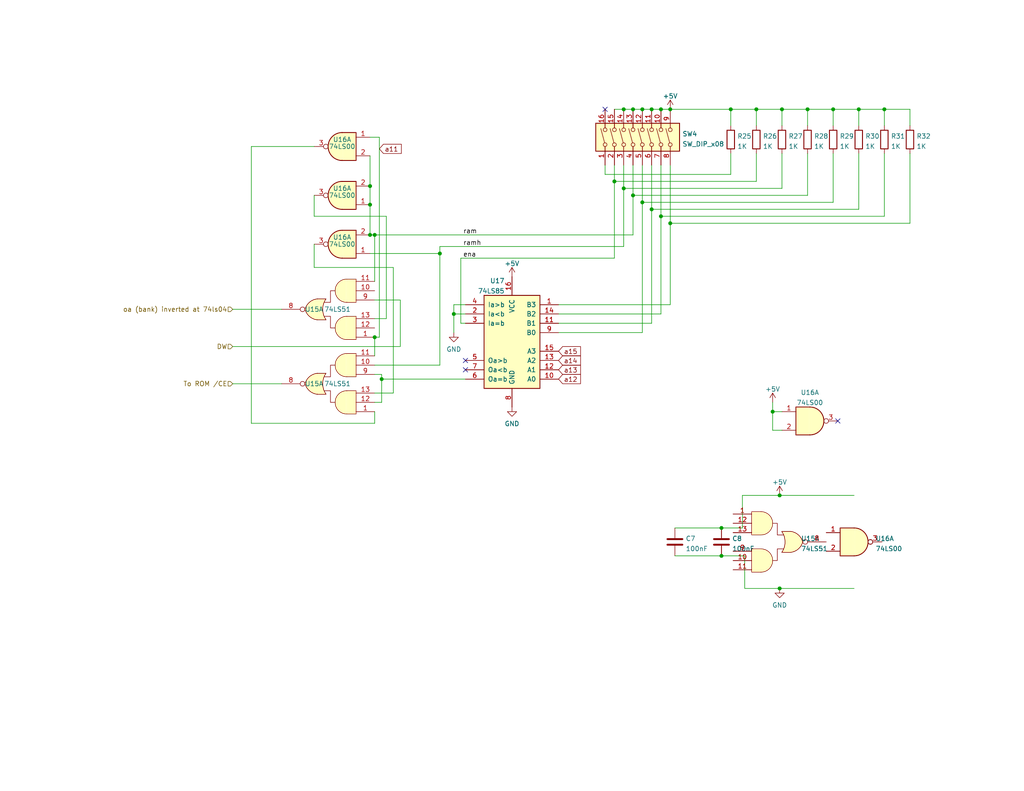
<source format=kicad_sch>
(kicad_sch (version 20211123) (generator eeschema)
  (paper "A")
  (lib_symbols
    (symbol "74xx:74LS00" (pin_names (offset 1.016))
      (property "Reference" "U" (at 0 1.27 0))
      (property "Value" "74LS00" (at 0 -1.27 0))
      (symbol "74LS00_1_1"
        (arc (start 0 -3.81) (mid 3.81 0) (end 0 3.81) (stroke (width 0.254)) (fill (type background)))
        (polyline (pts (xy 0 3.81) (xy -3.81 3.81) (xy -3.81 -3.81) (xy 0 -3.81)) (stroke (width 0.254)) (fill (type background)))
        (pin input line (at -7.62 2.54 0) (length 3.81) (name "~") (number "1"))
        (pin input line (at -7.62 -2.54 0) (length 3.81) (name "~") (number "2"))
        (pin output inverted (at 7.62 0 180) (length 3.81) (name "~") (number "3"))
      )
      (symbol "74LS00_1_2"
        (arc (start -3.81 -3.81) (mid -2.589 0) (end -3.81 3.81) (stroke (width 0.254)))
        (arc (start -0.6096 -3.81) (mid 2.1855 -2.584) (end 3.81 0) (stroke (width 0.254)) (fill (type background)))
        (polyline (pts (xy -3.81 -3.81) (xy -0.635 -3.81)) (stroke (width 0.254)) (fill (type background)))
        (polyline (pts (xy -3.81 3.81) (xy -0.635 3.81)) (stroke (width 0.254)) (fill (type background)))
        (polyline (pts (xy -0.635 3.81) (xy -3.81 3.81) (xy -3.81 3.81) (xy -3.556 3.4036) (xy -3.0226 2.2606) (xy -2.6924 1.0414) (xy -2.6162 -0.254) (xy -2.7686 -1.4986) (xy -3.175 -2.7178) (xy -3.81 -3.81) (xy -3.81 -3.81) (xy -0.635 -3.81)) (stroke (width -25.4)) (fill (type background)))
        (arc (start 3.81 0) (mid 2.1928 2.5925) (end -0.6096 3.81) (stroke (width 0.254)) (fill (type background)))
        (pin input inverted (at -7.62 2.54 0) (length 4.318) (name "~") (number "1"))
        (pin input inverted (at -7.62 -2.54 0) (length 4.318) (name "~") (number "2"))
        (pin output line (at 7.62 0 180) (length 3.81) (name "~") (number "3"))
      )
      (symbol "74LS00_2_1"
        (arc (start 0 -3.81) (mid 3.81 0) (end 0 3.81) (stroke (width 0.254)) (fill (type background)))
        (polyline (pts (xy 0 3.81) (xy -3.81 3.81) (xy -3.81 -3.81) (xy 0 -3.81)) (stroke (width 0.254)) (fill (type background)))
        (pin input line (at -7.62 2.54 0) (length 3.81) (name "~") (number "4"))
        (pin input line (at -7.62 -2.54 0) (length 3.81) (name "~") (number "5"))
        (pin output inverted (at 7.62 0 180) (length 3.81) (name "~") (number "6"))
      )
      (symbol "74LS00_2_2"
        (arc (start -3.81 -3.81) (mid -2.589 0) (end -3.81 3.81) (stroke (width 0.254)))
        (arc (start -0.6096 -3.81) (mid 2.1855 -2.584) (end 3.81 0) (stroke (width 0.254)) (fill (type background)))
        (polyline (pts (xy -3.81 -3.81) (xy -0.635 -3.81)) (stroke (width 0.254)) (fill (type background)))
        (polyline (pts (xy -3.81 3.81) (xy -0.635 3.81)) (stroke (width 0.254)) (fill (type background)))
        (polyline (pts (xy -0.635 3.81) (xy -3.81 3.81) (xy -3.81 3.81) (xy -3.556 3.4036) (xy -3.0226 2.2606) (xy -2.6924 1.0414) (xy -2.6162 -0.254) (xy -2.7686 -1.4986) (xy -3.175 -2.7178) (xy -3.81 -3.81) (xy -3.81 -3.81) (xy -0.635 -3.81)) (stroke (width -25.4)) (fill (type background)))
        (arc (start 3.81 0) (mid 2.1928 2.5925) (end -0.6096 3.81) (stroke (width 0.254)) (fill (type background)))
        (pin input inverted (at -7.62 2.54 0) (length 4.318) (name "~") (number "4"))
        (pin input inverted (at -7.62 -2.54 0) (length 4.318) (name "~") (number "5"))
        (pin output line (at 7.62 0 180) (length 3.81) (name "~") (number "6"))
      )
      (symbol "74LS00_3_1"
        (arc (start 0 -3.81) (mid 3.81 0) (end 0 3.81) (stroke (width 0.254)) (fill (type background)))
        (polyline (pts (xy 0 3.81) (xy -3.81 3.81) (xy -3.81 -3.81) (xy 0 -3.81)) (stroke (width 0.254)) (fill (type background)))
        (pin input line (at -7.62 -2.54 0) (length 3.81) (name "~") (number "10"))
        (pin output inverted (at 7.62 0 180) (length 3.81) (name "~") (number "8"))
        (pin input line (at -7.62 2.54 0) (length 3.81) (name "~") (number "9"))
      )
      (symbol "74LS00_3_2"
        (arc (start -3.81 -3.81) (mid -2.589 0) (end -3.81 3.81) (stroke (width 0.254)))
        (arc (start -0.6096 -3.81) (mid 2.1855 -2.584) (end 3.81 0) (stroke (width 0.254)) (fill (type background)))
        (polyline (pts (xy -3.81 -3.81) (xy -0.635 -3.81)) (stroke (width 0.254)) (fill (type background)))
        (polyline (pts (xy -3.81 3.81) (xy -0.635 3.81)) (stroke (width 0.254)) (fill (type background)))
        (polyline (pts (xy -0.635 3.81) (xy -3.81 3.81) (xy -3.81 3.81) (xy -3.556 3.4036) (xy -3.0226 2.2606) (xy -2.6924 1.0414) (xy -2.6162 -0.254) (xy -2.7686 -1.4986) (xy -3.175 -2.7178) (xy -3.81 -3.81) (xy -3.81 -3.81) (xy -0.635 -3.81)) (stroke (width -25.4)) (fill (type background)))
        (arc (start 3.81 0) (mid 2.1928 2.5925) (end -0.6096 3.81) (stroke (width 0.254)) (fill (type background)))
        (pin input inverted (at -7.62 -2.54 0) (length 4.318) (name "~") (number "10"))
        (pin output line (at 7.62 0 180) (length 3.81) (name "~") (number "8"))
        (pin input inverted (at -7.62 2.54 0) (length 4.318) (name "~") (number "9"))
      )
      (symbol "74LS00_4_1"
        (arc (start 0 -3.81) (mid 3.81 0) (end 0 3.81) (stroke (width 0.254)) (fill (type background)))
        (polyline (pts (xy 0 3.81) (xy -3.81 3.81) (xy -3.81 -3.81) (xy 0 -3.81)) (stroke (width 0.254)) (fill (type background)))
        (pin output inverted (at 7.62 0 180) (length 3.81) (name "~") (number "11"))
        (pin input line (at -7.62 2.54 0) (length 3.81) (name "~") (number "12"))
        (pin input line (at -7.62 -2.54 0) (length 3.81) (name "~") (number "13"))
      )
      (symbol "74LS00_4_2"
        (arc (start -3.81 -3.81) (mid -2.589 0) (end -3.81 3.81) (stroke (width 0.254)))
        (arc (start -0.6096 -3.81) (mid 2.1855 -2.584) (end 3.81 0) (stroke (width 0.254)) (fill (type background)))
        (polyline (pts (xy -3.81 -3.81) (xy -0.635 -3.81)) (stroke (width 0.254)) (fill (type background)))
        (polyline (pts (xy -3.81 3.81) (xy -0.635 3.81)) (stroke (width 0.254)) (fill (type background)))
        (polyline (pts (xy -0.635 3.81) (xy -3.81 3.81) (xy -3.81 3.81) (xy -3.556 3.4036) (xy -3.0226 2.2606) (xy -2.6924 1.0414) (xy -2.6162 -0.254) (xy -2.7686 -1.4986) (xy -3.175 -2.7178) (xy -3.81 -3.81) (xy -3.81 -3.81) (xy -0.635 -3.81)) (stroke (width -25.4)) (fill (type background)))
        (arc (start 3.81 0) (mid 2.1928 2.5925) (end -0.6096 3.81) (stroke (width 0.254)) (fill (type background)))
        (pin output line (at 7.62 0 180) (length 3.81) (name "~") (number "11"))
        (pin input inverted (at -7.62 2.54 0) (length 4.318) (name "~") (number "12"))
        (pin input inverted (at -7.62 -2.54 0) (length 4.318) (name "~") (number "13"))
      )
      (symbol "74LS00_5_0"
        (pin power_in line (at 0 12.7 270) (length 5.08) (name "VCC") (number "14"))
        (pin power_in line (at 0 -12.7 90) (length 5.08) (name "GND") (number "7"))
      )
      (symbol "74LS00_5_1"
        (rectangle (start -5.08 7.62) (end 5.08 -7.62) (stroke (width 0.254)) (fill (type background)))
      )
    )
    (symbol "74xx:74LS51" (pin_names (offset 1.016))
      (property "Reference" "U" (at -7.62 10.16 0))
      (property "Value" "74LS51" (at -7.62 -10.16 0))
      (symbol "74LS51_1_0"
        (arc (start -5.08 -8.255) (mid -1.905 -5.08) (end -5.08 -1.905) (fill (type background)))
        (arc (start -5.08 1.905) (mid -1.905 5.08) (end -5.08 8.255) (fill (type background)))
        (polyline (pts (xy -5.08 -1.905) (xy -7.62 -1.905) (xy -7.62 -8.255) (xy -5.08 -8.255)) (fill (type background)))
        (polyline (pts (xy -5.08 1.905) (xy -7.62 1.905) (xy -7.62 8.255) (xy -5.08 8.255)) (fill (type background)))
        (polyline (pts (xy -1.905 -5.08) (xy -0.635 -5.08) (xy -0.635 -1.905) (xy 1.016 -1.905)))
        (polyline (pts (xy -1.905 5.08) (xy -0.635 5.08) (xy -0.635 1.905) (xy 1.016 1.905)))
        (polyline (pts (xy 2.9718 2.8702) (xy 0.5842 2.8702) (xy 0.5842 2.8448) (xy 0.635 2.7432) (xy 0.7112 2.6416) (xy 0.762 2.54) (xy 0.8382 2.4384) (xy 0.889 2.3114) (xy 0.9652 2.2098) (xy 1.016 2.0828) (xy 1.0668 1.9812) (xy 1.1176 1.8542) (xy 1.1684 1.7526) (xy 1.2192 1.6256) (xy 1.2446 1.4986) (xy 1.2954 1.3716) (xy 1.3208 1.27) (xy 1.3462 1.143) (xy 1.3716 1.016) (xy 1.397 0.889) (xy 1.4224 0.762) (xy 1.4478 0.635) (xy 1.4478 0.508) (xy 1.4732 0.381) (xy 1.4732 0.254) (xy 1.4732 0.127) (xy 1.4732 0) (xy 1.4732 -0.127) (xy 1.4732 -0.254) (xy 1.4732 -0.381) (xy 1.4732 -0.508) (xy 1.4478 -0.635) (xy 1.4224 -0.762) (xy 1.397 -0.889) (xy 1.397 -1.016) (xy 1.3462 -1.143) (xy 1.3208 -1.2446) (xy 1.2954 -1.3716) (xy 1.2446 -1.4986) (xy 1.2192 -1.6256) (xy 1.1684 -1.7272) (xy 1.1176 -1.8542) (xy 1.0668 -1.9812) (xy 1.016 -2.0828) (xy 0.9652 -2.2098) (xy 0.9144 -2.3114) (xy 0.8636 -2.4384) (xy 0.7874 -2.54) (xy 0.7112 -2.6416) (xy 0.6604 -2.7432) (xy 0.5842 -2.8448) (xy 0.5842 -2.8448) (xy 2.9718 -2.8448)) (stroke (width 0.1778)) (fill (type background)))
        (arc (start 2.9718 -2.8448) (mid 5.0797 -1.9419) (end 6.2992 0) (stroke (width 0.1778)) (fill (type background)))
        (arc (start 6.2992 0) (mid 5.0758 1.9455) (end 2.9718 2.8702) (stroke (width 0.1778)) (fill (type background)))
        (circle (center 6.985 0) (radius 0.635))
        (pin input line (at -12.7 7.62 0) (length 5.08) (name "~") (number "1"))
        (pin input line (at -12.7 -5.08 0) (length 5.08) (name "~") (number "10"))
        (pin input line (at -12.7 -7.62 0) (length 5.08) (name "~") (number "11"))
        (pin input line (at -12.7 5.08 0) (length 5.08) (name "~") (number "12"))
        (pin input line (at -12.7 2.54 0) (length 5.08) (name "~") (number "13"))
        (pin output line (at 12.7 0 180) (length 5.08) (name "~") (number "8"))
        (pin input line (at -12.7 -2.54 0) (length 5.08) (name "~") (number "9"))
      )
      (symbol "74LS51_2_0"
        (arc (start -5.08 -8.255) (mid -1.905 -5.08) (end -5.08 -1.905) (fill (type background)))
        (arc (start -5.08 1.905) (mid -1.905 5.08) (end -5.08 8.255) (fill (type background)))
        (polyline (pts (xy -5.08 -1.905) (xy -7.62 -1.905) (xy -7.62 -8.255) (xy -5.08 -8.255)) (fill (type background)))
        (polyline (pts (xy -5.08 1.905) (xy -7.62 1.905) (xy -7.62 8.255) (xy -5.08 8.255)) (fill (type background)))
        (polyline (pts (xy -1.905 -5.08) (xy -0.635 -5.08) (xy -0.635 -1.905) (xy 1.016 -1.905)))
        (polyline (pts (xy -1.905 5.08) (xy -0.635 5.08) (xy -0.635 1.905) (xy 1.016 1.905)))
        (polyline (pts (xy 2.9718 2.8702) (xy 0.5842 2.8702) (xy 0.5842 2.8448) (xy 0.635 2.7432) (xy 0.7112 2.6416) (xy 0.762 2.54) (xy 0.8382 2.4384) (xy 0.889 2.3114) (xy 0.9652 2.2098) (xy 1.016 2.0828) (xy 1.0668 1.9812) (xy 1.1176 1.8542) (xy 1.1684 1.7526) (xy 1.2192 1.6256) (xy 1.2446 1.4986) (xy 1.2954 1.3716) (xy 1.3208 1.27) (xy 1.3462 1.143) (xy 1.3716 1.016) (xy 1.397 0.889) (xy 1.4224 0.762) (xy 1.4478 0.635) (xy 1.4478 0.508) (xy 1.4732 0.381) (xy 1.4732 0.254) (xy 1.4732 0.127) (xy 1.4732 0) (xy 1.4732 -0.127) (xy 1.4732 -0.254) (xy 1.4732 -0.381) (xy 1.4732 -0.508) (xy 1.4478 -0.635) (xy 1.4224 -0.762) (xy 1.397 -0.889) (xy 1.397 -1.016) (xy 1.3462 -1.143) (xy 1.3208 -1.2446) (xy 1.2954 -1.3716) (xy 1.2446 -1.4986) (xy 1.2192 -1.6256) (xy 1.1684 -1.7272) (xy 1.1176 -1.8542) (xy 1.0668 -1.9812) (xy 1.016 -2.0828) (xy 0.9652 -2.2098) (xy 0.9144 -2.3114) (xy 0.8636 -2.4384) (xy 0.7874 -2.54) (xy 0.7112 -2.6416) (xy 0.6604 -2.7432) (xy 0.5842 -2.8448) (xy 0.5842 -2.8448) (xy 2.9718 -2.8448)) (stroke (width 0.1778)) (fill (type background)))
        (arc (start 2.9718 -2.8448) (mid 5.0797 -1.9419) (end 6.2992 0) (stroke (width 0.1778)) (fill (type background)))
        (arc (start 6.2992 0) (mid 5.0758 1.9455) (end 2.9718 2.8702) (stroke (width 0.1778)) (fill (type background)))
        (circle (center 6.985 0) (radius 0.635))
        (pin input line (at -12.7 7.62 0) (length 5.08) (name "~") (number "2"))
        (pin input line (at -12.7 2.54 0) (length 5.08) (name "~") (number "3"))
        (pin input line (at -12.7 -2.54 0) (length 5.08) (name "~") (number "4"))
        (pin input line (at -12.7 -7.62 0) (length 5.08) (name "~") (number "5"))
        (pin output line (at 12.7 0 180) (length 5.08) (name "~") (number "6"))
      )
      (symbol "74LS51_3_0"
        (pin power_in line (at 0 12.7 270) (length 5.08) (name "VCC") (number "14"))
        (pin power_in line (at 0 -12.7 90) (length 5.08) (name "GND") (number "7"))
      )
      (symbol "74LS51_3_1"
        (rectangle (start -5.08 7.62) (end 5.08 -7.62) (stroke (width 0.254)) (fill (type background)))
      )
    )
    (symbol "74xx:74LS85" (pin_names (offset 1.016))
      (property "Reference" "U" (at -7.62 13.97 0))
      (property "Value" "74LS85" (at -7.62 -13.97 0))
      (symbol "74LS85_1_0"
        (pin input line (at -12.7 10.16 0) (length 5.08) (name "B3") (number "1"))
        (pin input line (at -12.7 -10.16 0) (length 5.08) (name "A0") (number "10"))
        (pin input line (at -12.7 5.08 0) (length 5.08) (name "B1") (number "11"))
        (pin input line (at -12.7 -7.62 0) (length 5.08) (name "A1") (number "12"))
        (pin input line (at -12.7 -5.08 0) (length 5.08) (name "A2") (number "13"))
        (pin input line (at -12.7 7.62 0) (length 5.08) (name "B2") (number "14"))
        (pin input line (at -12.7 -2.54 0) (length 5.08) (name "A3") (number "15"))
        (pin power_in line (at 0 17.78 270) (length 5.08) (name "VCC") (number "16"))
        (pin input line (at 12.7 7.62 180) (length 5.08) (name "Ia<b") (number "2"))
        (pin input line (at 12.7 5.08 180) (length 5.08) (name "Ia=b") (number "3"))
        (pin input line (at 12.7 10.16 180) (length 5.08) (name "Ia>b") (number "4"))
        (pin output line (at 12.7 -5.08 180) (length 5.08) (name "Oa>b") (number "5"))
        (pin output line (at 12.7 -10.16 180) (length 5.08) (name "Oa=b") (number "6"))
        (pin output line (at 12.7 -7.62 180) (length 5.08) (name "Oa<b") (number "7"))
        (pin power_in line (at 0 -17.78 90) (length 5.08) (name "GND") (number "8"))
        (pin input line (at -12.7 2.54 0) (length 5.08) (name "B0") (number "9"))
      )
      (symbol "74LS85_1_1"
        (rectangle (start -7.62 12.7) (end 7.62 -12.7) (stroke (width 0.254)) (fill (type background)))
      )
    )
    (symbol "Device:C" (pin_numbers hide) (pin_names (offset 0.254))
      (property "Reference" "C" (at 0.635 2.54 0))
      (property "Value" "C" (at 0.635 -2.54 0))
      (symbol "C_0_1"
        (polyline (pts (xy -2.032 -0.762) (xy 2.032 -0.762)) (stroke (width 0.508)))
        (polyline (pts (xy -2.032 0.762) (xy 2.032 0.762)) (stroke (width 0.508)))
      )
      (symbol "C_1_1"
        (pin passive line (at 0 3.81 270) (length 2.794) (name "~") (number "1"))
        (pin passive line (at 0 -3.81 90) (length 2.794) (name "~") (number "2"))
      )
    )
    (symbol "Device:R" (pin_numbers hide) (pin_names (offset 0))
      (property "Reference" "R" (at 2.032 0 90))
      (property "Value" "R" (at 0 0 90))
      (symbol "R_0_1"
        (rectangle (start -1.016 -2.54) (end 1.016 2.54) (stroke (width 0.254)))
      )
      (symbol "R_1_1"
        (pin passive line (at 0 3.81 270) (length 1.27) (name "~") (number "1"))
        (pin passive line (at 0 -3.81 90) (length 1.27) (name "~") (number "2"))
      )
    )
    (symbol "Switch:SW_DIP_x08" (pin_names (offset 0) hide)
      (property "Reference" "SW" (at 0 13.97 0))
      (property "Value" "SW_DIP_x08" (at 0 -11.43 0))
      (symbol "SW_DIP_x08_0_0"
        (circle (center -2.032 -7.62) (radius 0.508))
        (circle (center -2.032 -5.08) (radius 0.508))
        (circle (center -2.032 -2.54) (radius 0.508))
        (circle (center -2.032 0) (radius 0.508))
        (circle (center -2.032 2.54) (radius 0.508))
        (circle (center -2.032 5.08) (radius 0.508))
        (circle (center -2.032 7.62) (radius 0.508))
        (circle (center -2.032 10.16) (radius 0.508))
        (polyline (pts (xy -1.524 -7.4676) (xy 2.3622 -6.4262)))
        (polyline (pts (xy -1.524 -4.9276) (xy 2.3622 -3.8862)))
        (polyline (pts (xy -1.524 -2.3876) (xy 2.3622 -1.3462)))
        (polyline (pts (xy -1.524 0.127) (xy 2.3622 1.1684)))
        (polyline (pts (xy -1.524 2.667) (xy 2.3622 3.7084)))
        (polyline (pts (xy -1.524 5.207) (xy 2.3622 6.2484)))
        (polyline (pts (xy -1.524 7.747) (xy 2.3622 8.7884)))
        (polyline (pts (xy -1.524 10.287) (xy 2.3622 11.3284)))
        (circle (center 2.032 -7.62) (radius 0.508))
        (circle (center 2.032 -5.08) (radius 0.508))
        (circle (center 2.032 -2.54) (radius 0.508))
        (circle (center 2.032 0) (radius 0.508))
        (circle (center 2.032 2.54) (radius 0.508))
        (circle (center 2.032 5.08) (radius 0.508))
        (circle (center 2.032 7.62) (radius 0.508))
        (circle (center 2.032 10.16) (radius 0.508))
      )
      (symbol "SW_DIP_x08_0_1"
        (rectangle (start -3.81 12.7) (end 3.81 -10.16) (stroke (width 0.254)) (fill (type background)))
      )
      (symbol "SW_DIP_x08_1_1"
        (pin passive line (at -7.62 10.16 0) (length 5.08) (name "~") (number "1"))
        (pin passive line (at 7.62 -5.08 180) (length 5.08) (name "~") (number "10"))
        (pin passive line (at 7.62 -2.54 180) (length 5.08) (name "~") (number "11"))
        (pin passive line (at 7.62 0 180) (length 5.08) (name "~") (number "12"))
        (pin passive line (at 7.62 2.54 180) (length 5.08) (name "~") (number "13"))
        (pin passive line (at 7.62 5.08 180) (length 5.08) (name "~") (number "14"))
        (pin passive line (at 7.62 7.62 180) (length 5.08) (name "~") (number "15"))
        (pin passive line (at 7.62 10.16 180) (length 5.08) (name "~") (number "16"))
        (pin passive line (at -7.62 7.62 0) (length 5.08) (name "~") (number "2"))
        (pin passive line (at -7.62 5.08 0) (length 5.08) (name "~") (number "3"))
        (pin passive line (at -7.62 2.54 0) (length 5.08) (name "~") (number "4"))
        (pin passive line (at -7.62 0 0) (length 5.08) (name "~") (number "5"))
        (pin passive line (at -7.62 -2.54 0) (length 5.08) (name "~") (number "6"))
        (pin passive line (at -7.62 -5.08 0) (length 5.08) (name "~") (number "7"))
        (pin passive line (at -7.62 -7.62 0) (length 5.08) (name "~") (number "8"))
        (pin passive line (at 7.62 -7.62 180) (length 5.08) (name "~") (number "9"))
      )
    )
    (symbol "power:+5V" (power) (pin_names (offset 0))
      (property "Value" "+5V" (at 0 3.556 0))
      (symbol "+5V_0_1"
        (polyline (pts (xy -0.762 1.27) (xy 0 2.54)))
        (polyline (pts (xy 0 0) (xy 0 2.54)))
        (polyline (pts (xy 0 2.54) (xy 0.762 1.27)))
      )
      (symbol "+5V_1_1"
        (pin power_in line (at 0 0 90) (length 0) hide (name "+5V") (number "1"))
      )
    )
    (symbol "power:GND" (power) (pin_names (offset 0))
      (property "Value" "GND" (at 0 -3.81 0))
      (symbol "GND_0_1"
        (polyline (pts (xy 0 0) (xy 0 -1.27) (xy 1.27 -1.27) (xy 0 -2.54) (xy -1.27 -1.27) (xy 0 -1.27)))
      )
      (symbol "GND_1_1"
        (pin power_in line (at 0 0 270) (length 0) hide (name "GND") (number "1"))
      )
    )
  )
  (junction (at 120.015 69.215))
  (junction (at 241.3 29.845))
  (junction (at 220.345 29.845))
  (junction (at 170.18 29.845))
  (junction (at 196.85 144.145))
  (junction (at 206.375 29.845))
  (junction (at 212.725 160.655))
  (junction (at 172.72 53.34))
  (junction (at 167.64 49.53))
  (junction (at 100.965 50.8))
  (junction (at 175.26 55.245))
  (junction (at 102.235 64.135))
  (junction (at 102.235 92.075))
  (junction (at 196.85 151.765))
  (junction (at 123.825 85.725))
  (junction (at 172.72 29.845))
  (junction (at 199.39 29.845))
  (junction (at 180.34 29.845))
  (junction (at 177.8 57.15))
  (junction (at 234.315 29.845))
  (junction (at 104.14 103.505))
  (junction (at 100.965 64.135))
  (junction (at 182.88 29.845))
  (junction (at 213.36 29.845))
  (junction (at 175.26 29.845))
  (junction (at 180.34 59.055))
  (junction (at 177.8 29.845))
  (junction (at 170.18 51.435))
  (junction (at 210.82 112.395))
  (junction (at 182.88 60.96))
  (junction (at 100.965 55.88))
  (junction (at 227.33 29.845))
  (junction (at 212.725 135.255))
  (no_connect (at 165.1 29.845))
  (no_connect (at 127 98.425))
  (no_connect (at 127 100.965))
  (no_connect (at 228.6 114.935))
  (wire (pts (xy 175.26 55.245) (xy 227.33 55.245)))
  (wire (pts (xy 175.26 29.845) (xy 172.72 29.845)))
  (wire (pts (xy 120.015 67.31) (xy 120.015 69.215)))
  (wire (pts (xy 196.85 151.765) (xy 184.15 151.765)))
  (wire (pts (xy 199.39 34.29) (xy 199.39 29.845)))
  (wire (pts (xy 248.285 60.96) (xy 182.88 60.96)))
  (wire (pts (xy 182.88 29.845) (xy 180.34 29.845)))
  (wire (pts (xy 123.825 85.725) (xy 127 85.725)))
  (wire (pts (xy 206.375 41.91) (xy 206.375 49.53)))
  (wire (pts (xy 241.3 29.845) (xy 248.285 29.845)))
  (wire (pts (xy 199.39 29.845) (xy 206.375 29.845)))
  (wire (pts (xy 180.34 29.845) (xy 177.8 29.845)))
  (wire (pts (xy 125.73 70.485) (xy 167.64 70.485)))
  (wire (pts (xy 203.2 160.655) (xy 203.2 151.765)))
  (wire (pts (xy 180.34 59.055) (xy 180.34 85.725)))
  (wire (pts (xy 241.3 41.91) (xy 241.3 59.055)))
  (wire (pts (xy 100.965 55.88) (xy 100.965 64.135)))
  (wire (pts (xy 170.18 67.31) (xy 170.18 51.435)))
  (wire (pts (xy 104.14 103.505) (xy 127 103.505)))
  (wire (pts (xy 107.315 107.315) (xy 102.235 107.315)))
  (wire (pts (xy 102.235 92.075) (xy 102.235 97.155)))
  (wire (pts (xy 234.315 29.845) (xy 241.3 29.845)))
  (wire (pts (xy 213.36 51.435) (xy 213.36 41.91)))
  (wire (pts (xy 182.88 83.185) (xy 152.4 83.185)))
  (wire (pts (xy 213.36 29.845) (xy 213.36 34.29)))
  (wire (pts (xy 210.82 109.855) (xy 210.82 112.395)))
  (wire (pts (xy 177.8 45.085) (xy 177.8 57.15)))
  (wire (pts (xy 165.1 45.085) (xy 165.1 47.625)))
  (wire (pts (xy 233.045 160.655) (xy 212.725 160.655)))
  (wire (pts (xy 175.26 55.245) (xy 175.26 90.805)))
  (wire (pts (xy 120.015 69.215) (xy 120.015 99.695)))
  (wire (pts (xy 104.14 102.235) (xy 104.14 103.505)))
  (wire (pts (xy 203.2 151.765) (xy 196.85 151.765)))
  (wire (pts (xy 125.73 88.265) (xy 125.73 70.485)))
  (wire (pts (xy 212.725 160.655) (xy 203.2 160.655)))
  (wire (pts (xy 227.33 55.245) (xy 227.33 41.91)))
  (wire (pts (xy 202.565 135.255) (xy 212.725 135.255)))
  (wire (pts (xy 109.22 81.915) (xy 109.22 94.615)))
  (wire (pts (xy 248.285 29.845) (xy 248.285 34.29)))
  (wire (pts (xy 104.14 103.505) (xy 104.14 109.855)))
  (wire (pts (xy 172.72 29.845) (xy 170.18 29.845)))
  (wire (pts (xy 248.285 41.91) (xy 248.285 60.96)))
  (wire (pts (xy 63.5 94.615) (xy 109.22 94.615)))
  (wire (pts (xy 177.8 57.15) (xy 177.8 88.265)))
  (wire (pts (xy 210.82 112.395) (xy 210.82 117.475)))
  (wire (pts (xy 177.8 29.845) (xy 175.26 29.845)))
  (wire (pts (xy 68.58 115.57) (xy 102.235 115.57)))
  (wire (pts (xy 220.345 29.845) (xy 220.345 34.29)))
  (wire (pts (xy 213.36 29.845) (xy 220.345 29.845)))
  (wire (pts (xy 182.88 45.085) (xy 182.88 60.96)))
  (wire (pts (xy 182.88 60.96) (xy 182.88 83.185)))
  (wire (pts (xy 175.26 90.805) (xy 152.4 90.805)))
  (wire (pts (xy 165.1 47.625) (xy 199.39 47.625)))
  (wire (pts (xy 102.235 102.235) (xy 104.14 102.235)))
  (wire (pts (xy 123.825 83.185) (xy 127 83.185)))
  (wire (pts (xy 105.41 86.995) (xy 102.235 86.995)))
  (wire (pts (xy 177.8 88.265) (xy 152.4 88.265)))
  (wire (pts (xy 167.64 49.53) (xy 167.64 45.085)))
  (wire (pts (xy 180.34 45.085) (xy 180.34 59.055)))
  (wire (pts (xy 102.235 64.135) (xy 102.235 76.835)))
  (wire (pts (xy 85.725 73.025) (xy 107.315 73.025)))
  (wire (pts (xy 105.41 59.055) (xy 105.41 86.995)))
  (wire (pts (xy 85.725 59.055) (xy 105.41 59.055)))
  (wire (pts (xy 123.825 85.725) (xy 123.825 83.185)))
  (wire (pts (xy 85.725 53.34) (xy 85.725 59.055)))
  (wire (pts (xy 170.18 51.435) (xy 170.18 45.085)))
  (wire (pts (xy 227.33 34.29) (xy 227.33 29.845)))
  (wire (pts (xy 170.18 29.845) (xy 167.64 29.845)))
  (wire (pts (xy 167.64 49.53) (xy 206.375 49.53)))
  (wire (pts (xy 220.345 41.91) (xy 220.345 53.34)))
  (wire (pts (xy 220.345 53.34) (xy 172.72 53.34)))
  (wire (pts (xy 234.315 34.29) (xy 234.315 29.845)))
  (wire (pts (xy 210.82 117.475) (xy 213.36 117.475)))
  (wire (pts (xy 85.725 66.675) (xy 85.725 73.025)))
  (wire (pts (xy 234.315 57.15) (xy 234.315 41.91)))
  (wire (pts (xy 206.375 29.845) (xy 206.375 34.29)))
  (wire (pts (xy 167.64 70.485) (xy 167.64 49.53)))
  (wire (pts (xy 100.965 69.215) (xy 120.015 69.215)))
  (wire (pts (xy 102.235 115.57) (xy 102.235 112.395)))
  (wire (pts (xy 100.965 37.465) (xy 103.505 37.465)))
  (wire (pts (xy 206.375 29.845) (xy 213.36 29.845)))
  (wire (pts (xy 175.26 45.085) (xy 175.26 55.245)))
  (wire (pts (xy 180.34 59.055) (xy 241.3 59.055)))
  (wire (pts (xy 172.72 64.135) (xy 172.72 53.34)))
  (wire (pts (xy 100.965 42.545) (xy 100.965 50.8)))
  (wire (pts (xy 212.725 135.255) (xy 233.045 135.255)))
  (wire (pts (xy 102.235 64.135) (xy 172.72 64.135)))
  (wire (pts (xy 196.85 144.145) (xy 202.565 144.145)))
  (wire (pts (xy 104.14 109.855) (xy 102.235 109.855)))
  (wire (pts (xy 241.3 34.29) (xy 241.3 29.845)))
  (wire (pts (xy 180.34 85.725) (xy 152.4 85.725)))
  (wire (pts (xy 220.345 29.845) (xy 227.33 29.845)))
  (wire (pts (xy 102.235 99.695) (xy 120.015 99.695)))
  (wire (pts (xy 227.33 29.845) (xy 234.315 29.845)))
  (wire (pts (xy 127 88.265) (xy 125.73 88.265)))
  (wire (pts (xy 68.58 40.005) (xy 68.58 115.57)))
  (wire (pts (xy 120.015 67.31) (xy 170.18 67.31)))
  (wire (pts (xy 107.315 73.025) (xy 107.315 107.315)))
  (wire (pts (xy 123.825 90.805) (xy 123.825 85.725)))
  (wire (pts (xy 182.88 29.845) (xy 199.39 29.845)))
  (wire (pts (xy 63.5 104.775) (xy 76.835 104.775)))
  (wire (pts (xy 172.72 53.34) (xy 172.72 45.085)))
  (wire (pts (xy 103.505 37.465) (xy 103.505 92.075)))
  (wire (pts (xy 100.965 64.135) (xy 102.235 64.135)))
  (wire (pts (xy 199.39 47.625) (xy 199.39 41.91)))
  (wire (pts (xy 103.505 92.075) (xy 102.235 92.075)))
  (wire (pts (xy 177.8 57.15) (xy 234.315 57.15)))
  (wire (pts (xy 184.15 144.145) (xy 196.85 144.145)))
  (wire (pts (xy 85.725 40.005) (xy 68.58 40.005)))
  (wire (pts (xy 100.965 50.8) (xy 100.965 55.88)))
  (wire (pts (xy 202.565 144.145) (xy 202.565 135.255)))
  (wire (pts (xy 102.235 81.915) (xy 109.22 81.915)))
  (wire (pts (xy 210.82 112.395) (xy 213.36 112.395)))
  (wire (pts (xy 63.5 84.455) (xy 76.835 84.455)))
  (wire (pts (xy 170.18 51.435) (xy 213.36 51.435)))
  (label "ena" (at 126.365 70.485 0))
  (label "ram" (at 126.365 64.135 0))
  (label "ramh" (at 126.365 67.31 0))
  (global_label "a11" (shape input) (at 103.505 40.64 0) (property "Intersheet References" "${INTERSHEET_REFS}" (effects hide)))
  (global_label "a14" (shape input) (at 152.4 98.425 0) (property "Intersheet References" "${INTERSHEET_REFS}" (effects hide)))
  (global_label "a15" (shape input) (at 152.4 95.885 0) (property "Intersheet References" "${INTERSHEET_REFS}" (effects hide)))
  (global_label "a13" (shape input) (at 152.4 100.965 0) (property "Intersheet References" "${INTERSHEET_REFS}" (effects hide)))
  (global_label "a12" (shape input) (at 152.4 103.505 0) (property "Intersheet References" "${INTERSHEET_REFS}" (effects hide)))
  (hierarchical_label "oa (bank) inverted at 74ls04" (shape input) (at 63.5 84.455 180))
  (hierarchical_label "DW" (shape input) (at 63.5 94.615 180))
  (hierarchical_label "To ROM {slash}CE" (shape input) (at 63.5 104.775 180))
  (symbol (lib_id "Device:R") (at 241.3 38.1 0)
    (property "Reference" "R31" (at 243.078 37.1915 0) (effects (justify left)))
    (property "Value" "1K" (at 243.078 39.9666 0) (effects (justify left)))
    (property "Footprint" "Resistor_THT:R_Axial_DIN0207_L6.3mm_D2.5mm_P10.16mm_Horizontal" (effects hide))
  )
  (symbol (lib_id "power:GND") (at 123.825 90.805 0) (mirror y)
    (property "Reference" "#PWR040" (effects hide))
    (property "Value" "GND" (at 123.825 95.3675 0))
  )
  (symbol (lib_id "power:+5V") (at 182.88 29.845 0)
    (property "Reference" "#PWR043" (effects hide))
    (property "Value" "+5V" (at 182.88 26.2405 0))
  )
  (symbol (lib_id "74xx:74LS00") (at 93.345 66.675 180)
    (property "Reference" "U16" (at 93.345 64.77 0))
    (property "Value" "74LS00" (at 93.345 66.675 0))
    (property "Footprint" "Package_DIP:DIP-14_W7.62mm" (effects hide))
    (property "Datasheet" "http://www.ti.com/lit/gpn/sn74ls00" (effects hide))
  )
  (symbol (lib_id "Device:R") (at 248.285 38.1 0)
    (property "Reference" "R32" (at 250.063 37.1915 0) (effects (justify left)))
    (property "Value" "1K" (at 250.063 39.9666 0) (effects (justify left)))
    (property "Footprint" "Resistor_THT:R_Axial_DIN0207_L6.3mm_D2.5mm_P10.16mm_Horizontal" (effects hide))
  )
  (symbol (lib_id "Device:R") (at 227.33 38.1 0)
    (property "Reference" "R29" (at 229.108 37.1915 0) (effects (justify left)))
    (property "Value" "1K" (at 229.108 39.9666 0) (effects (justify left)))
    (property "Footprint" "Resistor_THT:R_Axial_DIN0207_L6.3mm_D2.5mm_P10.16mm_Horizontal" (effects hide))
  )
  (symbol (lib_id "74xx:74LS00") (at 93.345 53.34 180)
    (property "Reference" "U16" (at 93.345 51.435 0))
    (property "Value" "74LS00" (at 93.345 53.34 0))
    (property "Footprint" "Package_DIP:DIP-14_W7.62mm" (effects hide))
    (property "Datasheet" "http://www.ti.com/lit/gpn/sn74ls00" (effects hide))
  )
  (symbol (lib_id "Device:R") (at 199.39 38.1 0)
    (property "Reference" "R25" (at 201.168 37.1915 0) (effects (justify left)))
    (property "Value" "1K" (at 201.168 39.9666 0) (effects (justify left)))
    (property "Footprint" "Resistor_THT:R_Axial_DIN0207_L6.3mm_D2.5mm_P10.16mm_Horizontal" (effects hide))
  )
  (symbol (lib_id "Device:C") (at 196.85 147.955 0)
    (property "Reference" "C8" (at 199.771 147.0465 0) (effects (justify left)))
    (property "Value" "100nF" (at 199.771 149.8216 0) (effects (justify left)))
    (property "Footprint" "Capacitor_THT:C_Disc_D3.8mm_W2.6mm_P2.50mm" (effects hide))
  )
  (symbol (lib_id "Device:R") (at 234.315 38.1 0)
    (property "Reference" "R30" (at 236.093 37.1915 0) (effects (justify left)))
    (property "Value" "1K" (at 236.093 39.9666 0) (effects (justify left)))
    (property "Footprint" "Resistor_THT:R_Axial_DIN0207_L6.3mm_D2.5mm_P10.16mm_Horizontal" (effects hide))
  )
  (symbol (lib_id "Device:C") (at 184.15 147.955 0)
    (property "Reference" "C7" (at 187.071 147.0465 0) (effects (justify left)))
    (property "Value" "100nF" (at 187.071 149.8216 0) (effects (justify left)))
    (property "Footprint" "Capacitor_THT:C_Disc_D3.8mm_W2.6mm_P2.50mm" (effects hide))
  )
  (symbol (lib_id "74xx:74LS85") (at 139.7 93.345 0) (mirror y)
    (property "Reference" "U17" (at 137.6806 76.6785 0) (effects (justify left)))
    (property "Value" "74LS85" (at 137.6806 79.4536 0) (effects (justify left)))
    (property "Footprint" "Package_DIP:DIP-16_W7.62mm" (effects hide))
    (property "Datasheet" "http://www.ti.com/lit/gpn/sn74LS85" (effects hide))
  )
  (symbol (lib_id "74xx:74LS00") (at 220.98 114.935 0)
    (property "Reference" "U16" (at 220.98 107.1585 0))
    (property "Value" "74LS00" (at 220.98 109.9336 0))
    (property "Footprint" "Package_DIP:DIP-14_W7.62mm" (effects hide))
    (property "Datasheet" "http://www.ti.com/lit/gpn/sn74ls00" (effects hide))
  )
  (symbol (lib_id "74xx:74LS51") (at 89.535 84.455 180)
    (property "Reference" "U15" (at 85.725 84.455 0))
    (property "Value" "74LS51" (at 92.075 84.455 0))
    (property "Footprint" "Package_DIP:DIP-14_W7.62mm" (effects hide))
    (property "Datasheet" "http://www.ti.com/lit/ds/symlink/sn74ls51.pdf" (effects hide))
  )
  (symbol (lib_id "74xx:74LS51") (at 212.725 147.955 0)
    (property "Reference" "U15" (at 218.567 147.0465 0) (effects (justify left)))
    (property "Value" "74LS51" (at 218.567 149.8216 0) (effects (justify left)))
    (property "Footprint" "Package_DIP:DIP-14_W7.62mm" (effects hide))
    (property "Datasheet" "http://www.ti.com/lit/ds/symlink/sn74ls51.pdf" (effects hide))
  )
  (symbol (lib_id "74xx:74LS00") (at 93.345 40.005 0) (mirror y)
    (property "Reference" "U16" (at 93.345 38.1 0))
    (property "Value" "74LS00" (at 93.345 40.005 0))
    (property "Footprint" "Package_DIP:DIP-14_W7.62mm" (effects hide))
    (property "Datasheet" "http://www.ti.com/lit/gpn/sn74ls00" (effects hide))
  )
  (symbol (lib_id "74xx:74LS00") (at 233.045 147.955 0)
    (property "Reference" "U16" (at 238.887 147.0465 0) (effects (justify left)))
    (property "Value" "74LS00" (at 238.887 149.8216 0) (effects (justify left)))
    (property "Footprint" "Package_DIP:DIP-14_W7.62mm" (effects hide))
    (property "Datasheet" "http://www.ti.com/lit/gpn/sn74ls00" (effects hide))
  )
  (symbol (lib_id "power:+5V") (at 212.725 135.255 0)
    (property "Reference" "#PWR045" (effects hide))
    (property "Value" "+5V" (at 212.725 131.6505 0))
  )
  (symbol (lib_id "Device:R") (at 206.375 38.1 0)
    (property "Reference" "R26" (at 208.153 37.1915 0) (effects (justify left)))
    (property "Value" "1K" (at 208.153 39.9666 0) (effects (justify left)))
    (property "Footprint" "Resistor_THT:R_Axial_DIN0207_L6.3mm_D2.5mm_P10.16mm_Horizontal" (effects hide))
  )
  (symbol (lib_id "power:GND") (at 212.725 160.655 0)
    (property "Reference" "#PWR046" (effects hide))
    (property "Value" "GND" (at 212.725 165.2175 0))
  )
  (symbol (lib_id "Device:R") (at 220.345 38.1 0)
    (property "Reference" "R28" (at 222.123 37.1915 0) (effects (justify left)))
    (property "Value" "1K" (at 222.123 39.9666 0) (effects (justify left)))
    (property "Footprint" "Resistor_THT:R_Axial_DIN0207_L6.3mm_D2.5mm_P10.16mm_Horizontal" (effects hide))
  )
  (symbol (lib_id "Switch:SW_DIP_x08") (at 175.26 37.465 90)
    (property "Reference" "SW4" (at 186.182 36.5565 90) (effects (justify right)))
    (property "Value" "SW_DIP_x08" (at 186.182 39.3316 90) (effects (justify right)))
    (property "Footprint" "Button_Switch_THT:SW_DIP_SPSTx08_Slide_9.78x22.5mm_W7.62mm_P2.54mm" (effects hide))
  )
  (symbol (lib_id "power:+5V") (at 139.7 75.565 0) (mirror y)
    (property "Reference" "#PWR041" (effects hide))
    (property "Value" "+5V" (at 139.7 71.9605 0))
  )
  (symbol (lib_id "Device:R") (at 213.36 38.1 0)
    (property "Reference" "R27" (at 215.138 37.1915 0) (effects (justify left)))
    (property "Value" "1K" (at 215.138 39.9666 0) (effects (justify left)))
    (property "Footprint" "Resistor_THT:R_Axial_DIN0207_L6.3mm_D2.5mm_P10.16mm_Horizontal" (effects hide))
  )
  (symbol (lib_id "power:GND") (at 139.7 111.125 0) (mirror y)
    (property "Reference" "#PWR042" (effects hide))
    (property "Value" "GND" (at 139.7 115.6875 0))
  )
  (symbol (lib_id "power:+5V") (at 210.82 109.855 0)
    (property "Reference" "#PWR044" (effects hide))
    (property "Value" "+5V" (at 210.82 106.2505 0))
  )
  (symbol (lib_id "74xx:74LS51") (at 89.535 104.775 180)
    (property "Reference" "U15" (at 85.725 104.775 0))
    (property "Value" "74LS51" (at 92.075 104.775 0))
    (property "Footprint" "Package_DIP:DIP-14_W7.62mm" (effects hide))
    (property "Datasheet" "http://www.ti.com/lit/ds/symlink/sn74ls51.pdf" (effects hide))
  )
)
</source>
